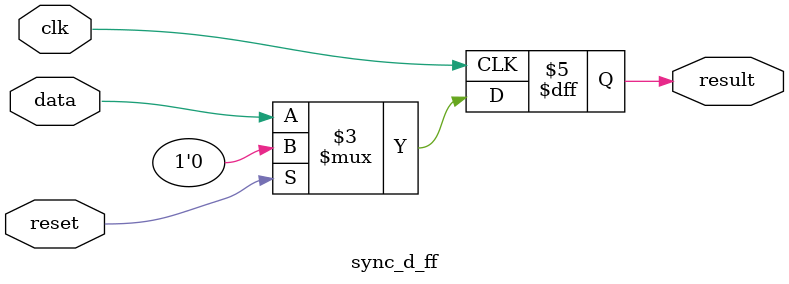
<source format=sv>
module sync_d_ff(
    input wire clk,     // Clock input
    input wire reset,   // Reset input (active high)
    input wire data,    // Data input
    output reg result   // Output
);

// Always block triggered on the rising edge of clk
always @(posedge clk) begin
    if (reset) begin
        // Reset logic: Set result to 0 when reset is asserted
        result <= 1'b0;
    end else begin
        // Data processing: Update result with data on the rising edge of clk
        result <= data;
    end
end

endmodule

</source>
